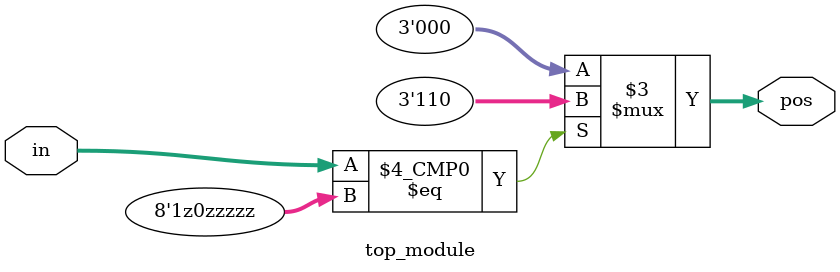
<source format=sv>
module top_module (
    input [7:0] in,
    output reg [2:0] pos
);

always @(in) begin
    case(in)
        8'b00?1????: pos <= 3'h0;
        8'b1?0?????: pos <= 3'h6;
        default: pos <= 3'h0;
    endcase
end

endmodule

</source>
